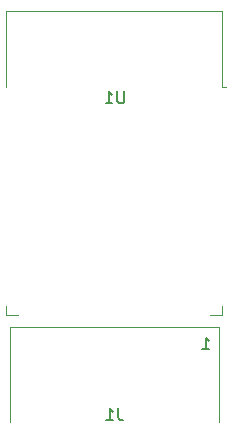
<source format=gbr>
%TF.GenerationSoftware,KiCad,Pcbnew,(5.1.10-1-10_14)*%
%TF.CreationDate,2021-05-13T11:47:25+01:00*%
%TF.ProjectId,Generic,47656e65-7269-4632-9e6b-696361645f70,3*%
%TF.SameCoordinates,Original*%
%TF.FileFunction,Legend,Bot*%
%TF.FilePolarity,Positive*%
%FSLAX46Y46*%
G04 Gerber Fmt 4.6, Leading zero omitted, Abs format (unit mm)*
G04 Created by KiCad (PCBNEW (5.1.10-1-10_14)) date 2021-05-13 11:47:25*
%MOMM*%
%LPD*%
G01*
G04 APERTURE LIST*
%ADD10C,0.120000*%
%ADD11C,0.150000*%
G04 APERTURE END LIST*
D10*
%TO.C,J1*%
X110570000Y-121500000D02*
X110570000Y-129500000D01*
X128270000Y-121500000D02*
X110570000Y-121500000D01*
X128270000Y-121500000D02*
X128270000Y-129500000D01*
%TO.C,U1*%
X128520000Y-119650000D02*
X128520000Y-120430000D01*
X128520000Y-120430000D02*
X127520000Y-120430000D01*
X110280000Y-119650000D02*
X110280000Y-120430000D01*
X110280000Y-120430000D02*
X111280000Y-120430000D01*
X128520000Y-94685000D02*
X110280000Y-94685000D01*
X110280000Y-94685000D02*
X110280000Y-101105000D01*
X128520000Y-94685000D02*
X128520000Y-101105000D01*
X128520000Y-101105000D02*
X128900000Y-101105000D01*
%TO.C,J1*%
D11*
X119753333Y-128352380D02*
X119753333Y-129066666D01*
X119800952Y-129209523D01*
X119896190Y-129304761D01*
X120039047Y-129352380D01*
X120134285Y-129352380D01*
X118753333Y-129352380D02*
X119324761Y-129352380D01*
X119039047Y-129352380D02*
X119039047Y-128352380D01*
X119134285Y-128495238D01*
X119229523Y-128590476D01*
X119324761Y-128638095D01*
X126884285Y-123352380D02*
X127455714Y-123352380D01*
X127170000Y-123352380D02*
X127170000Y-122352380D01*
X127265238Y-122495238D01*
X127360476Y-122590476D01*
X127455714Y-122638095D01*
%TO.C,U1*%
X120261904Y-101502380D02*
X120261904Y-102311904D01*
X120214285Y-102407142D01*
X120166666Y-102454761D01*
X120071428Y-102502380D01*
X119880952Y-102502380D01*
X119785714Y-102454761D01*
X119738095Y-102407142D01*
X119690476Y-102311904D01*
X119690476Y-101502380D01*
X118690476Y-102502380D02*
X119261904Y-102502380D01*
X118976190Y-102502380D02*
X118976190Y-101502380D01*
X119071428Y-101645238D01*
X119166666Y-101740476D01*
X119261904Y-101788095D01*
%TD*%
M02*

</source>
